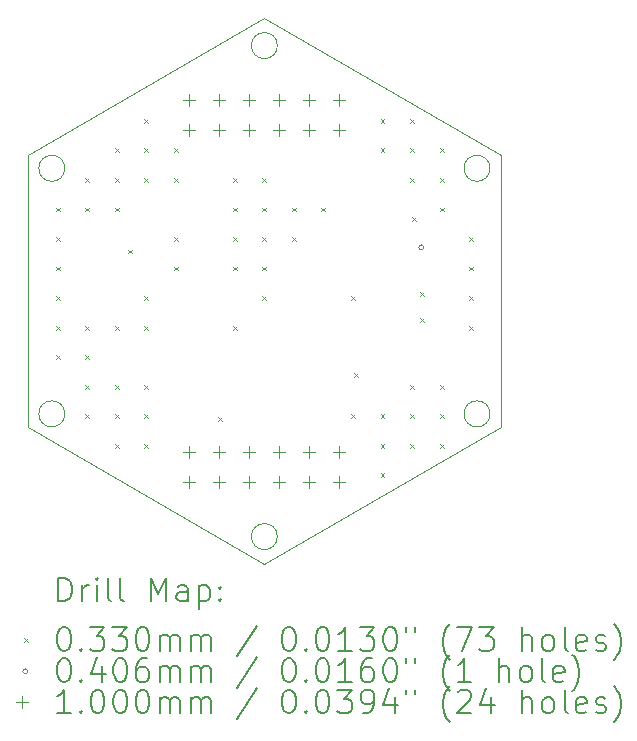
<source format=gbr>
%TF.GenerationSoftware,KiCad,Pcbnew,7.0.5*%
%TF.CreationDate,2023-06-19T11:00:02-04:00*%
%TF.ProjectId,DATA_STORAGE,44415441-5f53-4544-9f52-4147452e6b69,rev?*%
%TF.SameCoordinates,Original*%
%TF.FileFunction,Drillmap*%
%TF.FilePolarity,Positive*%
%FSLAX45Y45*%
G04 Gerber Fmt 4.5, Leading zero omitted, Abs format (unit mm)*
G04 Created by KiCad (PCBNEW 7.0.5) date 2023-06-19 11:00:02*
%MOMM*%
%LPD*%
G01*
G04 APERTURE LIST*
%ADD10C,0.100000*%
%ADD11C,0.200000*%
%ADD12C,0.033020*%
%ADD13C,0.040640*%
G04 APERTURE END LIST*
D10*
X13016000Y-8855761D02*
X13016000Y-11165162D01*
X16926000Y-11049692D02*
G75*
G03*
X16926000Y-11049692I-110000J0D01*
G01*
X13016000Y-11165162D02*
X15016000Y-12319862D01*
X16926000Y-8971231D02*
G75*
G03*
X16926000Y-8971231I-110000J0D01*
G01*
X13326000Y-8971231D02*
G75*
G03*
X13326000Y-8971231I-110000J0D01*
G01*
X15016000Y-7701060D02*
X13016000Y-8855761D01*
X17016000Y-8855761D02*
X15016000Y-7701060D01*
X15126000Y-7932000D02*
G75*
G03*
X15126000Y-7932000I-110000J0D01*
G01*
X15126000Y-12088922D02*
G75*
G03*
X15126000Y-12088922I-110000J0D01*
G01*
X17016000Y-11165162D02*
X17016000Y-8855761D01*
X15016000Y-12319862D02*
X17016000Y-11165162D01*
X13326000Y-11049692D02*
G75*
G03*
X13326000Y-11049692I-110000J0D01*
G01*
D11*
D12*
X13249490Y-9303352D02*
X13282510Y-9336372D01*
X13282510Y-9303352D02*
X13249490Y-9336372D01*
X13249490Y-9553352D02*
X13282510Y-9586372D01*
X13282510Y-9553352D02*
X13249490Y-9586372D01*
X13249490Y-9803352D02*
X13282510Y-9836372D01*
X13282510Y-9803352D02*
X13249490Y-9836372D01*
X13249490Y-10053352D02*
X13282510Y-10086372D01*
X13282510Y-10053352D02*
X13249490Y-10086372D01*
X13249490Y-10303352D02*
X13282510Y-10336372D01*
X13282510Y-10303352D02*
X13249490Y-10336372D01*
X13249490Y-10553352D02*
X13282510Y-10586372D01*
X13282510Y-10553352D02*
X13249490Y-10586372D01*
X13499490Y-9053352D02*
X13532510Y-9086372D01*
X13532510Y-9053352D02*
X13499490Y-9086372D01*
X13499490Y-9303352D02*
X13532510Y-9336372D01*
X13532510Y-9303352D02*
X13499490Y-9336372D01*
X13499490Y-10303352D02*
X13532510Y-10336372D01*
X13532510Y-10303352D02*
X13499490Y-10336372D01*
X13499490Y-10553352D02*
X13532510Y-10586372D01*
X13532510Y-10553352D02*
X13499490Y-10586372D01*
X13499490Y-10803352D02*
X13532510Y-10836372D01*
X13532510Y-10803352D02*
X13499490Y-10836372D01*
X13499490Y-11053352D02*
X13532510Y-11086372D01*
X13532510Y-11053352D02*
X13499490Y-11086372D01*
X13749490Y-8803352D02*
X13782510Y-8836372D01*
X13782510Y-8803352D02*
X13749490Y-8836372D01*
X13749490Y-9053352D02*
X13782510Y-9086372D01*
X13782510Y-9053352D02*
X13749490Y-9086372D01*
X13749490Y-9303352D02*
X13782510Y-9336372D01*
X13782510Y-9303352D02*
X13749490Y-9336372D01*
X13749490Y-10303352D02*
X13782510Y-10336372D01*
X13782510Y-10303352D02*
X13749490Y-10336372D01*
X13749490Y-10803352D02*
X13782510Y-10836372D01*
X13782510Y-10803352D02*
X13749490Y-10836372D01*
X13749490Y-11053352D02*
X13782510Y-11086372D01*
X13782510Y-11053352D02*
X13749490Y-11086372D01*
X13749490Y-11303352D02*
X13782510Y-11336372D01*
X13782510Y-11303352D02*
X13749490Y-11336372D01*
X13858990Y-9658852D02*
X13892010Y-9691872D01*
X13892010Y-9658852D02*
X13858990Y-9691872D01*
X13999490Y-8553352D02*
X14032510Y-8586372D01*
X14032510Y-8553352D02*
X13999490Y-8586372D01*
X13999490Y-8803352D02*
X14032510Y-8836372D01*
X14032510Y-8803352D02*
X13999490Y-8836372D01*
X13999490Y-9053352D02*
X14032510Y-9086372D01*
X14032510Y-9053352D02*
X13999490Y-9086372D01*
X13999490Y-10053352D02*
X14032510Y-10086372D01*
X14032510Y-10053352D02*
X13999490Y-10086372D01*
X13999490Y-10303352D02*
X14032510Y-10336372D01*
X14032510Y-10303352D02*
X13999490Y-10336372D01*
X13999490Y-10803352D02*
X14032510Y-10836372D01*
X14032510Y-10803352D02*
X13999490Y-10836372D01*
X13999490Y-11053352D02*
X14032510Y-11086372D01*
X14032510Y-11053352D02*
X13999490Y-11086372D01*
X13999490Y-11303352D02*
X14032510Y-11336372D01*
X14032510Y-11303352D02*
X13999490Y-11336372D01*
X14249490Y-8803352D02*
X14282510Y-8836372D01*
X14282510Y-8803352D02*
X14249490Y-8836372D01*
X14249490Y-9053352D02*
X14282510Y-9086372D01*
X14282510Y-9053352D02*
X14249490Y-9086372D01*
X14249490Y-9553352D02*
X14282510Y-9586372D01*
X14282510Y-9553352D02*
X14249490Y-9586372D01*
X14249490Y-9803352D02*
X14282510Y-9836372D01*
X14282510Y-9803352D02*
X14249490Y-9836372D01*
X14620490Y-11080352D02*
X14653510Y-11113372D01*
X14653510Y-11080352D02*
X14620490Y-11113372D01*
X14749490Y-9053352D02*
X14782510Y-9086372D01*
X14782510Y-9053352D02*
X14749490Y-9086372D01*
X14749490Y-9303352D02*
X14782510Y-9336372D01*
X14782510Y-9303352D02*
X14749490Y-9336372D01*
X14749490Y-9553352D02*
X14782510Y-9586372D01*
X14782510Y-9553352D02*
X14749490Y-9586372D01*
X14749490Y-9803352D02*
X14782510Y-9836372D01*
X14782510Y-9803352D02*
X14749490Y-9836372D01*
X14749490Y-10303352D02*
X14782510Y-10336372D01*
X14782510Y-10303352D02*
X14749490Y-10336372D01*
X14999490Y-9053352D02*
X15032510Y-9086372D01*
X15032510Y-9053352D02*
X14999490Y-9086372D01*
X14999490Y-9303352D02*
X15032510Y-9336372D01*
X15032510Y-9303352D02*
X14999490Y-9336372D01*
X14999490Y-9553352D02*
X15032510Y-9586372D01*
X15032510Y-9553352D02*
X14999490Y-9586372D01*
X14999490Y-9803352D02*
X15032510Y-9836372D01*
X15032510Y-9803352D02*
X14999490Y-9836372D01*
X14999490Y-10053352D02*
X15032510Y-10086372D01*
X15032510Y-10053352D02*
X14999490Y-10086372D01*
X15249490Y-9303352D02*
X15282510Y-9336372D01*
X15282510Y-9303352D02*
X15249490Y-9336372D01*
X15249490Y-9553352D02*
X15282510Y-9586372D01*
X15282510Y-9553352D02*
X15249490Y-9586372D01*
X15499490Y-9303352D02*
X15532510Y-9336372D01*
X15532510Y-9303352D02*
X15499490Y-9336372D01*
X15749490Y-10053352D02*
X15782510Y-10086372D01*
X15782510Y-10053352D02*
X15749490Y-10086372D01*
X15749490Y-11053352D02*
X15782510Y-11086372D01*
X15782510Y-11053352D02*
X15749490Y-11086372D01*
X15775490Y-10704352D02*
X15808510Y-10737372D01*
X15808510Y-10704352D02*
X15775490Y-10737372D01*
X15999490Y-8553352D02*
X16032510Y-8586372D01*
X16032510Y-8553352D02*
X15999490Y-8586372D01*
X15999490Y-8803352D02*
X16032510Y-8836372D01*
X16032510Y-8803352D02*
X15999490Y-8836372D01*
X15999490Y-11053352D02*
X16032510Y-11086372D01*
X16032510Y-11053352D02*
X15999490Y-11086372D01*
X15999490Y-11303352D02*
X16032510Y-11336372D01*
X16032510Y-11303352D02*
X15999490Y-11336372D01*
X15999490Y-11553352D02*
X16032510Y-11586372D01*
X16032510Y-11553352D02*
X15999490Y-11586372D01*
X16249490Y-8553352D02*
X16282510Y-8586372D01*
X16282510Y-8553352D02*
X16249490Y-8586372D01*
X16249490Y-8803352D02*
X16282510Y-8836372D01*
X16282510Y-8803352D02*
X16249490Y-8836372D01*
X16249490Y-9053352D02*
X16282510Y-9086372D01*
X16282510Y-9053352D02*
X16249490Y-9086372D01*
X16249490Y-10803352D02*
X16282510Y-10836372D01*
X16282510Y-10803352D02*
X16249490Y-10836372D01*
X16249490Y-11053352D02*
X16282510Y-11086372D01*
X16282510Y-11053352D02*
X16249490Y-11086372D01*
X16249490Y-11303352D02*
X16282510Y-11336372D01*
X16282510Y-11303352D02*
X16249490Y-11336372D01*
X16262490Y-9380352D02*
X16295510Y-9413372D01*
X16295510Y-9380352D02*
X16262490Y-9413372D01*
X16334490Y-10021451D02*
X16367510Y-10054471D01*
X16367510Y-10021451D02*
X16334490Y-10054471D01*
X16334490Y-10241451D02*
X16367510Y-10274471D01*
X16367510Y-10241451D02*
X16334490Y-10274471D01*
X16499490Y-8803352D02*
X16532510Y-8836372D01*
X16532510Y-8803352D02*
X16499490Y-8836372D01*
X16499490Y-9053352D02*
X16532510Y-9086372D01*
X16532510Y-9053352D02*
X16499490Y-9086372D01*
X16499490Y-9303352D02*
X16532510Y-9336372D01*
X16532510Y-9303352D02*
X16499490Y-9336372D01*
X16499490Y-10803352D02*
X16532510Y-10836372D01*
X16532510Y-10803352D02*
X16499490Y-10836372D01*
X16499490Y-11053352D02*
X16532510Y-11086372D01*
X16532510Y-11053352D02*
X16499490Y-11086372D01*
X16499490Y-11303352D02*
X16532510Y-11336372D01*
X16532510Y-11303352D02*
X16499490Y-11336372D01*
X16749490Y-9553352D02*
X16782510Y-9586372D01*
X16782510Y-9553352D02*
X16749490Y-9586372D01*
X16749490Y-9803352D02*
X16782510Y-9836372D01*
X16782510Y-9803352D02*
X16749490Y-9836372D01*
X16749490Y-10053352D02*
X16782510Y-10086372D01*
X16782510Y-10053352D02*
X16749490Y-10086372D01*
X16749490Y-10303352D02*
X16782510Y-10336372D01*
X16782510Y-10303352D02*
X16749490Y-10336372D01*
D13*
X16364320Y-9639862D02*
G75*
G03*
X16364320Y-9639862I-20320J0D01*
G01*
D10*
X14381000Y-8342560D02*
X14381000Y-8442560D01*
X14331000Y-8392560D02*
X14431000Y-8392560D01*
X14381000Y-8596560D02*
X14381000Y-8696560D01*
X14331000Y-8646560D02*
X14431000Y-8646560D01*
X14381000Y-11324362D02*
X14381000Y-11424362D01*
X14331000Y-11374362D02*
X14431000Y-11374362D01*
X14381000Y-11578362D02*
X14381000Y-11678362D01*
X14331000Y-11628362D02*
X14431000Y-11628362D01*
X14635000Y-8342560D02*
X14635000Y-8442560D01*
X14585000Y-8392560D02*
X14685000Y-8392560D01*
X14635000Y-8596560D02*
X14635000Y-8696560D01*
X14585000Y-8646560D02*
X14685000Y-8646560D01*
X14635000Y-11324362D02*
X14635000Y-11424362D01*
X14585000Y-11374362D02*
X14685000Y-11374362D01*
X14635000Y-11578362D02*
X14635000Y-11678362D01*
X14585000Y-11628362D02*
X14685000Y-11628362D01*
X14889000Y-8342560D02*
X14889000Y-8442560D01*
X14839000Y-8392560D02*
X14939000Y-8392560D01*
X14889000Y-8596560D02*
X14889000Y-8696560D01*
X14839000Y-8646560D02*
X14939000Y-8646560D01*
X14889000Y-11324362D02*
X14889000Y-11424362D01*
X14839000Y-11374362D02*
X14939000Y-11374362D01*
X14889000Y-11578362D02*
X14889000Y-11678362D01*
X14839000Y-11628362D02*
X14939000Y-11628362D01*
X15143000Y-8342560D02*
X15143000Y-8442560D01*
X15093000Y-8392560D02*
X15193000Y-8392560D01*
X15143000Y-8596560D02*
X15143000Y-8696560D01*
X15093000Y-8646560D02*
X15193000Y-8646560D01*
X15143000Y-11324362D02*
X15143000Y-11424362D01*
X15093000Y-11374362D02*
X15193000Y-11374362D01*
X15143000Y-11578362D02*
X15143000Y-11678362D01*
X15093000Y-11628362D02*
X15193000Y-11628362D01*
X15397000Y-8342560D02*
X15397000Y-8442560D01*
X15347000Y-8392560D02*
X15447000Y-8392560D01*
X15397000Y-8596560D02*
X15397000Y-8696560D01*
X15347000Y-8646560D02*
X15447000Y-8646560D01*
X15397000Y-11324362D02*
X15397000Y-11424362D01*
X15347000Y-11374362D02*
X15447000Y-11374362D01*
X15397000Y-11578362D02*
X15397000Y-11678362D01*
X15347000Y-11628362D02*
X15447000Y-11628362D01*
X15651000Y-8342560D02*
X15651000Y-8442560D01*
X15601000Y-8392560D02*
X15701000Y-8392560D01*
X15651000Y-8596560D02*
X15651000Y-8696560D01*
X15601000Y-8646560D02*
X15701000Y-8646560D01*
X15651000Y-11324362D02*
X15651000Y-11424362D01*
X15601000Y-11374362D02*
X15701000Y-11374362D01*
X15651000Y-11578362D02*
X15651000Y-11678362D01*
X15601000Y-11628362D02*
X15701000Y-11628362D01*
D11*
X13271777Y-12636346D02*
X13271777Y-12436346D01*
X13271777Y-12436346D02*
X13319396Y-12436346D01*
X13319396Y-12436346D02*
X13347967Y-12445870D01*
X13347967Y-12445870D02*
X13367015Y-12464917D01*
X13367015Y-12464917D02*
X13376539Y-12483965D01*
X13376539Y-12483965D02*
X13386062Y-12522060D01*
X13386062Y-12522060D02*
X13386062Y-12550632D01*
X13386062Y-12550632D02*
X13376539Y-12588727D01*
X13376539Y-12588727D02*
X13367015Y-12607774D01*
X13367015Y-12607774D02*
X13347967Y-12626822D01*
X13347967Y-12626822D02*
X13319396Y-12636346D01*
X13319396Y-12636346D02*
X13271777Y-12636346D01*
X13471777Y-12636346D02*
X13471777Y-12503012D01*
X13471777Y-12541108D02*
X13481301Y-12522060D01*
X13481301Y-12522060D02*
X13490824Y-12512536D01*
X13490824Y-12512536D02*
X13509872Y-12503012D01*
X13509872Y-12503012D02*
X13528920Y-12503012D01*
X13595586Y-12636346D02*
X13595586Y-12503012D01*
X13595586Y-12436346D02*
X13586062Y-12445870D01*
X13586062Y-12445870D02*
X13595586Y-12455393D01*
X13595586Y-12455393D02*
X13605110Y-12445870D01*
X13605110Y-12445870D02*
X13595586Y-12436346D01*
X13595586Y-12436346D02*
X13595586Y-12455393D01*
X13719396Y-12636346D02*
X13700348Y-12626822D01*
X13700348Y-12626822D02*
X13690824Y-12607774D01*
X13690824Y-12607774D02*
X13690824Y-12436346D01*
X13824158Y-12636346D02*
X13805110Y-12626822D01*
X13805110Y-12626822D02*
X13795586Y-12607774D01*
X13795586Y-12607774D02*
X13795586Y-12436346D01*
X14052729Y-12636346D02*
X14052729Y-12436346D01*
X14052729Y-12436346D02*
X14119396Y-12579203D01*
X14119396Y-12579203D02*
X14186062Y-12436346D01*
X14186062Y-12436346D02*
X14186062Y-12636346D01*
X14367015Y-12636346D02*
X14367015Y-12531584D01*
X14367015Y-12531584D02*
X14357491Y-12512536D01*
X14357491Y-12512536D02*
X14338443Y-12503012D01*
X14338443Y-12503012D02*
X14300348Y-12503012D01*
X14300348Y-12503012D02*
X14281301Y-12512536D01*
X14367015Y-12626822D02*
X14347967Y-12636346D01*
X14347967Y-12636346D02*
X14300348Y-12636346D01*
X14300348Y-12636346D02*
X14281301Y-12626822D01*
X14281301Y-12626822D02*
X14271777Y-12607774D01*
X14271777Y-12607774D02*
X14271777Y-12588727D01*
X14271777Y-12588727D02*
X14281301Y-12569679D01*
X14281301Y-12569679D02*
X14300348Y-12560155D01*
X14300348Y-12560155D02*
X14347967Y-12560155D01*
X14347967Y-12560155D02*
X14367015Y-12550632D01*
X14462253Y-12503012D02*
X14462253Y-12703012D01*
X14462253Y-12512536D02*
X14481301Y-12503012D01*
X14481301Y-12503012D02*
X14519396Y-12503012D01*
X14519396Y-12503012D02*
X14538443Y-12512536D01*
X14538443Y-12512536D02*
X14547967Y-12522060D01*
X14547967Y-12522060D02*
X14557491Y-12541108D01*
X14557491Y-12541108D02*
X14557491Y-12598251D01*
X14557491Y-12598251D02*
X14547967Y-12617298D01*
X14547967Y-12617298D02*
X14538443Y-12626822D01*
X14538443Y-12626822D02*
X14519396Y-12636346D01*
X14519396Y-12636346D02*
X14481301Y-12636346D01*
X14481301Y-12636346D02*
X14462253Y-12626822D01*
X14643205Y-12617298D02*
X14652729Y-12626822D01*
X14652729Y-12626822D02*
X14643205Y-12636346D01*
X14643205Y-12636346D02*
X14633682Y-12626822D01*
X14633682Y-12626822D02*
X14643205Y-12617298D01*
X14643205Y-12617298D02*
X14643205Y-12636346D01*
X14643205Y-12512536D02*
X14652729Y-12522060D01*
X14652729Y-12522060D02*
X14643205Y-12531584D01*
X14643205Y-12531584D02*
X14633682Y-12522060D01*
X14633682Y-12522060D02*
X14643205Y-12512536D01*
X14643205Y-12512536D02*
X14643205Y-12531584D01*
D12*
X12977980Y-12948352D02*
X13011000Y-12981372D01*
X13011000Y-12948352D02*
X12977980Y-12981372D01*
D11*
X13309872Y-12856346D02*
X13328920Y-12856346D01*
X13328920Y-12856346D02*
X13347967Y-12865870D01*
X13347967Y-12865870D02*
X13357491Y-12875393D01*
X13357491Y-12875393D02*
X13367015Y-12894441D01*
X13367015Y-12894441D02*
X13376539Y-12932536D01*
X13376539Y-12932536D02*
X13376539Y-12980155D01*
X13376539Y-12980155D02*
X13367015Y-13018251D01*
X13367015Y-13018251D02*
X13357491Y-13037298D01*
X13357491Y-13037298D02*
X13347967Y-13046822D01*
X13347967Y-13046822D02*
X13328920Y-13056346D01*
X13328920Y-13056346D02*
X13309872Y-13056346D01*
X13309872Y-13056346D02*
X13290824Y-13046822D01*
X13290824Y-13046822D02*
X13281301Y-13037298D01*
X13281301Y-13037298D02*
X13271777Y-13018251D01*
X13271777Y-13018251D02*
X13262253Y-12980155D01*
X13262253Y-12980155D02*
X13262253Y-12932536D01*
X13262253Y-12932536D02*
X13271777Y-12894441D01*
X13271777Y-12894441D02*
X13281301Y-12875393D01*
X13281301Y-12875393D02*
X13290824Y-12865870D01*
X13290824Y-12865870D02*
X13309872Y-12856346D01*
X13462253Y-13037298D02*
X13471777Y-13046822D01*
X13471777Y-13046822D02*
X13462253Y-13056346D01*
X13462253Y-13056346D02*
X13452729Y-13046822D01*
X13452729Y-13046822D02*
X13462253Y-13037298D01*
X13462253Y-13037298D02*
X13462253Y-13056346D01*
X13538443Y-12856346D02*
X13662253Y-12856346D01*
X13662253Y-12856346D02*
X13595586Y-12932536D01*
X13595586Y-12932536D02*
X13624158Y-12932536D01*
X13624158Y-12932536D02*
X13643205Y-12942060D01*
X13643205Y-12942060D02*
X13652729Y-12951584D01*
X13652729Y-12951584D02*
X13662253Y-12970632D01*
X13662253Y-12970632D02*
X13662253Y-13018251D01*
X13662253Y-13018251D02*
X13652729Y-13037298D01*
X13652729Y-13037298D02*
X13643205Y-13046822D01*
X13643205Y-13046822D02*
X13624158Y-13056346D01*
X13624158Y-13056346D02*
X13567015Y-13056346D01*
X13567015Y-13056346D02*
X13547967Y-13046822D01*
X13547967Y-13046822D02*
X13538443Y-13037298D01*
X13728920Y-12856346D02*
X13852729Y-12856346D01*
X13852729Y-12856346D02*
X13786062Y-12932536D01*
X13786062Y-12932536D02*
X13814634Y-12932536D01*
X13814634Y-12932536D02*
X13833682Y-12942060D01*
X13833682Y-12942060D02*
X13843205Y-12951584D01*
X13843205Y-12951584D02*
X13852729Y-12970632D01*
X13852729Y-12970632D02*
X13852729Y-13018251D01*
X13852729Y-13018251D02*
X13843205Y-13037298D01*
X13843205Y-13037298D02*
X13833682Y-13046822D01*
X13833682Y-13046822D02*
X13814634Y-13056346D01*
X13814634Y-13056346D02*
X13757491Y-13056346D01*
X13757491Y-13056346D02*
X13738443Y-13046822D01*
X13738443Y-13046822D02*
X13728920Y-13037298D01*
X13976539Y-12856346D02*
X13995586Y-12856346D01*
X13995586Y-12856346D02*
X14014634Y-12865870D01*
X14014634Y-12865870D02*
X14024158Y-12875393D01*
X14024158Y-12875393D02*
X14033682Y-12894441D01*
X14033682Y-12894441D02*
X14043205Y-12932536D01*
X14043205Y-12932536D02*
X14043205Y-12980155D01*
X14043205Y-12980155D02*
X14033682Y-13018251D01*
X14033682Y-13018251D02*
X14024158Y-13037298D01*
X14024158Y-13037298D02*
X14014634Y-13046822D01*
X14014634Y-13046822D02*
X13995586Y-13056346D01*
X13995586Y-13056346D02*
X13976539Y-13056346D01*
X13976539Y-13056346D02*
X13957491Y-13046822D01*
X13957491Y-13046822D02*
X13947967Y-13037298D01*
X13947967Y-13037298D02*
X13938443Y-13018251D01*
X13938443Y-13018251D02*
X13928920Y-12980155D01*
X13928920Y-12980155D02*
X13928920Y-12932536D01*
X13928920Y-12932536D02*
X13938443Y-12894441D01*
X13938443Y-12894441D02*
X13947967Y-12875393D01*
X13947967Y-12875393D02*
X13957491Y-12865870D01*
X13957491Y-12865870D02*
X13976539Y-12856346D01*
X14128920Y-13056346D02*
X14128920Y-12923012D01*
X14128920Y-12942060D02*
X14138443Y-12932536D01*
X14138443Y-12932536D02*
X14157491Y-12923012D01*
X14157491Y-12923012D02*
X14186063Y-12923012D01*
X14186063Y-12923012D02*
X14205110Y-12932536D01*
X14205110Y-12932536D02*
X14214634Y-12951584D01*
X14214634Y-12951584D02*
X14214634Y-13056346D01*
X14214634Y-12951584D02*
X14224158Y-12932536D01*
X14224158Y-12932536D02*
X14243205Y-12923012D01*
X14243205Y-12923012D02*
X14271777Y-12923012D01*
X14271777Y-12923012D02*
X14290824Y-12932536D01*
X14290824Y-12932536D02*
X14300348Y-12951584D01*
X14300348Y-12951584D02*
X14300348Y-13056346D01*
X14395586Y-13056346D02*
X14395586Y-12923012D01*
X14395586Y-12942060D02*
X14405110Y-12932536D01*
X14405110Y-12932536D02*
X14424158Y-12923012D01*
X14424158Y-12923012D02*
X14452729Y-12923012D01*
X14452729Y-12923012D02*
X14471777Y-12932536D01*
X14471777Y-12932536D02*
X14481301Y-12951584D01*
X14481301Y-12951584D02*
X14481301Y-13056346D01*
X14481301Y-12951584D02*
X14490824Y-12932536D01*
X14490824Y-12932536D02*
X14509872Y-12923012D01*
X14509872Y-12923012D02*
X14538443Y-12923012D01*
X14538443Y-12923012D02*
X14557491Y-12932536D01*
X14557491Y-12932536D02*
X14567015Y-12951584D01*
X14567015Y-12951584D02*
X14567015Y-13056346D01*
X14957491Y-12846822D02*
X14786063Y-13103965D01*
X15214634Y-12856346D02*
X15233682Y-12856346D01*
X15233682Y-12856346D02*
X15252729Y-12865870D01*
X15252729Y-12865870D02*
X15262253Y-12875393D01*
X15262253Y-12875393D02*
X15271777Y-12894441D01*
X15271777Y-12894441D02*
X15281301Y-12932536D01*
X15281301Y-12932536D02*
X15281301Y-12980155D01*
X15281301Y-12980155D02*
X15271777Y-13018251D01*
X15271777Y-13018251D02*
X15262253Y-13037298D01*
X15262253Y-13037298D02*
X15252729Y-13046822D01*
X15252729Y-13046822D02*
X15233682Y-13056346D01*
X15233682Y-13056346D02*
X15214634Y-13056346D01*
X15214634Y-13056346D02*
X15195586Y-13046822D01*
X15195586Y-13046822D02*
X15186063Y-13037298D01*
X15186063Y-13037298D02*
X15176539Y-13018251D01*
X15176539Y-13018251D02*
X15167015Y-12980155D01*
X15167015Y-12980155D02*
X15167015Y-12932536D01*
X15167015Y-12932536D02*
X15176539Y-12894441D01*
X15176539Y-12894441D02*
X15186063Y-12875393D01*
X15186063Y-12875393D02*
X15195586Y-12865870D01*
X15195586Y-12865870D02*
X15214634Y-12856346D01*
X15367015Y-13037298D02*
X15376539Y-13046822D01*
X15376539Y-13046822D02*
X15367015Y-13056346D01*
X15367015Y-13056346D02*
X15357491Y-13046822D01*
X15357491Y-13046822D02*
X15367015Y-13037298D01*
X15367015Y-13037298D02*
X15367015Y-13056346D01*
X15500348Y-12856346D02*
X15519396Y-12856346D01*
X15519396Y-12856346D02*
X15538444Y-12865870D01*
X15538444Y-12865870D02*
X15547967Y-12875393D01*
X15547967Y-12875393D02*
X15557491Y-12894441D01*
X15557491Y-12894441D02*
X15567015Y-12932536D01*
X15567015Y-12932536D02*
X15567015Y-12980155D01*
X15567015Y-12980155D02*
X15557491Y-13018251D01*
X15557491Y-13018251D02*
X15547967Y-13037298D01*
X15547967Y-13037298D02*
X15538444Y-13046822D01*
X15538444Y-13046822D02*
X15519396Y-13056346D01*
X15519396Y-13056346D02*
X15500348Y-13056346D01*
X15500348Y-13056346D02*
X15481301Y-13046822D01*
X15481301Y-13046822D02*
X15471777Y-13037298D01*
X15471777Y-13037298D02*
X15462253Y-13018251D01*
X15462253Y-13018251D02*
X15452729Y-12980155D01*
X15452729Y-12980155D02*
X15452729Y-12932536D01*
X15452729Y-12932536D02*
X15462253Y-12894441D01*
X15462253Y-12894441D02*
X15471777Y-12875393D01*
X15471777Y-12875393D02*
X15481301Y-12865870D01*
X15481301Y-12865870D02*
X15500348Y-12856346D01*
X15757491Y-13056346D02*
X15643206Y-13056346D01*
X15700348Y-13056346D02*
X15700348Y-12856346D01*
X15700348Y-12856346D02*
X15681301Y-12884917D01*
X15681301Y-12884917D02*
X15662253Y-12903965D01*
X15662253Y-12903965D02*
X15643206Y-12913489D01*
X15824158Y-12856346D02*
X15947967Y-12856346D01*
X15947967Y-12856346D02*
X15881301Y-12932536D01*
X15881301Y-12932536D02*
X15909872Y-12932536D01*
X15909872Y-12932536D02*
X15928920Y-12942060D01*
X15928920Y-12942060D02*
X15938444Y-12951584D01*
X15938444Y-12951584D02*
X15947967Y-12970632D01*
X15947967Y-12970632D02*
X15947967Y-13018251D01*
X15947967Y-13018251D02*
X15938444Y-13037298D01*
X15938444Y-13037298D02*
X15928920Y-13046822D01*
X15928920Y-13046822D02*
X15909872Y-13056346D01*
X15909872Y-13056346D02*
X15852729Y-13056346D01*
X15852729Y-13056346D02*
X15833682Y-13046822D01*
X15833682Y-13046822D02*
X15824158Y-13037298D01*
X16071777Y-12856346D02*
X16090825Y-12856346D01*
X16090825Y-12856346D02*
X16109872Y-12865870D01*
X16109872Y-12865870D02*
X16119396Y-12875393D01*
X16119396Y-12875393D02*
X16128920Y-12894441D01*
X16128920Y-12894441D02*
X16138444Y-12932536D01*
X16138444Y-12932536D02*
X16138444Y-12980155D01*
X16138444Y-12980155D02*
X16128920Y-13018251D01*
X16128920Y-13018251D02*
X16119396Y-13037298D01*
X16119396Y-13037298D02*
X16109872Y-13046822D01*
X16109872Y-13046822D02*
X16090825Y-13056346D01*
X16090825Y-13056346D02*
X16071777Y-13056346D01*
X16071777Y-13056346D02*
X16052729Y-13046822D01*
X16052729Y-13046822D02*
X16043206Y-13037298D01*
X16043206Y-13037298D02*
X16033682Y-13018251D01*
X16033682Y-13018251D02*
X16024158Y-12980155D01*
X16024158Y-12980155D02*
X16024158Y-12932536D01*
X16024158Y-12932536D02*
X16033682Y-12894441D01*
X16033682Y-12894441D02*
X16043206Y-12875393D01*
X16043206Y-12875393D02*
X16052729Y-12865870D01*
X16052729Y-12865870D02*
X16071777Y-12856346D01*
X16214634Y-12856346D02*
X16214634Y-12894441D01*
X16290825Y-12856346D02*
X16290825Y-12894441D01*
X16586063Y-13132536D02*
X16576539Y-13123012D01*
X16576539Y-13123012D02*
X16557491Y-13094441D01*
X16557491Y-13094441D02*
X16547968Y-13075393D01*
X16547968Y-13075393D02*
X16538444Y-13046822D01*
X16538444Y-13046822D02*
X16528920Y-12999203D01*
X16528920Y-12999203D02*
X16528920Y-12961108D01*
X16528920Y-12961108D02*
X16538444Y-12913489D01*
X16538444Y-12913489D02*
X16547968Y-12884917D01*
X16547968Y-12884917D02*
X16557491Y-12865870D01*
X16557491Y-12865870D02*
X16576539Y-12837298D01*
X16576539Y-12837298D02*
X16586063Y-12827774D01*
X16643206Y-12856346D02*
X16776539Y-12856346D01*
X16776539Y-12856346D02*
X16690825Y-13056346D01*
X16833682Y-12856346D02*
X16957491Y-12856346D01*
X16957491Y-12856346D02*
X16890825Y-12932536D01*
X16890825Y-12932536D02*
X16919396Y-12932536D01*
X16919396Y-12932536D02*
X16938444Y-12942060D01*
X16938444Y-12942060D02*
X16947968Y-12951584D01*
X16947968Y-12951584D02*
X16957491Y-12970632D01*
X16957491Y-12970632D02*
X16957491Y-13018251D01*
X16957491Y-13018251D02*
X16947968Y-13037298D01*
X16947968Y-13037298D02*
X16938444Y-13046822D01*
X16938444Y-13046822D02*
X16919396Y-13056346D01*
X16919396Y-13056346D02*
X16862253Y-13056346D01*
X16862253Y-13056346D02*
X16843206Y-13046822D01*
X16843206Y-13046822D02*
X16833682Y-13037298D01*
X17195587Y-13056346D02*
X17195587Y-12856346D01*
X17281301Y-13056346D02*
X17281301Y-12951584D01*
X17281301Y-12951584D02*
X17271777Y-12932536D01*
X17271777Y-12932536D02*
X17252730Y-12923012D01*
X17252730Y-12923012D02*
X17224158Y-12923012D01*
X17224158Y-12923012D02*
X17205111Y-12932536D01*
X17205111Y-12932536D02*
X17195587Y-12942060D01*
X17405111Y-13056346D02*
X17386063Y-13046822D01*
X17386063Y-13046822D02*
X17376539Y-13037298D01*
X17376539Y-13037298D02*
X17367015Y-13018251D01*
X17367015Y-13018251D02*
X17367015Y-12961108D01*
X17367015Y-12961108D02*
X17376539Y-12942060D01*
X17376539Y-12942060D02*
X17386063Y-12932536D01*
X17386063Y-12932536D02*
X17405111Y-12923012D01*
X17405111Y-12923012D02*
X17433682Y-12923012D01*
X17433682Y-12923012D02*
X17452730Y-12932536D01*
X17452730Y-12932536D02*
X17462253Y-12942060D01*
X17462253Y-12942060D02*
X17471777Y-12961108D01*
X17471777Y-12961108D02*
X17471777Y-13018251D01*
X17471777Y-13018251D02*
X17462253Y-13037298D01*
X17462253Y-13037298D02*
X17452730Y-13046822D01*
X17452730Y-13046822D02*
X17433682Y-13056346D01*
X17433682Y-13056346D02*
X17405111Y-13056346D01*
X17586063Y-13056346D02*
X17567015Y-13046822D01*
X17567015Y-13046822D02*
X17557492Y-13027774D01*
X17557492Y-13027774D02*
X17557492Y-12856346D01*
X17738444Y-13046822D02*
X17719396Y-13056346D01*
X17719396Y-13056346D02*
X17681301Y-13056346D01*
X17681301Y-13056346D02*
X17662253Y-13046822D01*
X17662253Y-13046822D02*
X17652730Y-13027774D01*
X17652730Y-13027774D02*
X17652730Y-12951584D01*
X17652730Y-12951584D02*
X17662253Y-12932536D01*
X17662253Y-12932536D02*
X17681301Y-12923012D01*
X17681301Y-12923012D02*
X17719396Y-12923012D01*
X17719396Y-12923012D02*
X17738444Y-12932536D01*
X17738444Y-12932536D02*
X17747968Y-12951584D01*
X17747968Y-12951584D02*
X17747968Y-12970632D01*
X17747968Y-12970632D02*
X17652730Y-12989679D01*
X17824158Y-13046822D02*
X17843206Y-13056346D01*
X17843206Y-13056346D02*
X17881301Y-13056346D01*
X17881301Y-13056346D02*
X17900349Y-13046822D01*
X17900349Y-13046822D02*
X17909873Y-13027774D01*
X17909873Y-13027774D02*
X17909873Y-13018251D01*
X17909873Y-13018251D02*
X17900349Y-12999203D01*
X17900349Y-12999203D02*
X17881301Y-12989679D01*
X17881301Y-12989679D02*
X17852730Y-12989679D01*
X17852730Y-12989679D02*
X17833682Y-12980155D01*
X17833682Y-12980155D02*
X17824158Y-12961108D01*
X17824158Y-12961108D02*
X17824158Y-12951584D01*
X17824158Y-12951584D02*
X17833682Y-12932536D01*
X17833682Y-12932536D02*
X17852730Y-12923012D01*
X17852730Y-12923012D02*
X17881301Y-12923012D01*
X17881301Y-12923012D02*
X17900349Y-12932536D01*
X17976539Y-13132536D02*
X17986063Y-13123012D01*
X17986063Y-13123012D02*
X18005111Y-13094441D01*
X18005111Y-13094441D02*
X18014634Y-13075393D01*
X18014634Y-13075393D02*
X18024158Y-13046822D01*
X18024158Y-13046822D02*
X18033682Y-12999203D01*
X18033682Y-12999203D02*
X18033682Y-12961108D01*
X18033682Y-12961108D02*
X18024158Y-12913489D01*
X18024158Y-12913489D02*
X18014634Y-12884917D01*
X18014634Y-12884917D02*
X18005111Y-12865870D01*
X18005111Y-12865870D02*
X17986063Y-12837298D01*
X17986063Y-12837298D02*
X17976539Y-12827774D01*
D13*
X13011000Y-13228862D02*
G75*
G03*
X13011000Y-13228862I-20320J0D01*
G01*
D11*
X13309872Y-13120346D02*
X13328920Y-13120346D01*
X13328920Y-13120346D02*
X13347967Y-13129870D01*
X13347967Y-13129870D02*
X13357491Y-13139393D01*
X13357491Y-13139393D02*
X13367015Y-13158441D01*
X13367015Y-13158441D02*
X13376539Y-13196536D01*
X13376539Y-13196536D02*
X13376539Y-13244155D01*
X13376539Y-13244155D02*
X13367015Y-13282251D01*
X13367015Y-13282251D02*
X13357491Y-13301298D01*
X13357491Y-13301298D02*
X13347967Y-13310822D01*
X13347967Y-13310822D02*
X13328920Y-13320346D01*
X13328920Y-13320346D02*
X13309872Y-13320346D01*
X13309872Y-13320346D02*
X13290824Y-13310822D01*
X13290824Y-13310822D02*
X13281301Y-13301298D01*
X13281301Y-13301298D02*
X13271777Y-13282251D01*
X13271777Y-13282251D02*
X13262253Y-13244155D01*
X13262253Y-13244155D02*
X13262253Y-13196536D01*
X13262253Y-13196536D02*
X13271777Y-13158441D01*
X13271777Y-13158441D02*
X13281301Y-13139393D01*
X13281301Y-13139393D02*
X13290824Y-13129870D01*
X13290824Y-13129870D02*
X13309872Y-13120346D01*
X13462253Y-13301298D02*
X13471777Y-13310822D01*
X13471777Y-13310822D02*
X13462253Y-13320346D01*
X13462253Y-13320346D02*
X13452729Y-13310822D01*
X13452729Y-13310822D02*
X13462253Y-13301298D01*
X13462253Y-13301298D02*
X13462253Y-13320346D01*
X13643205Y-13187012D02*
X13643205Y-13320346D01*
X13595586Y-13110822D02*
X13547967Y-13253679D01*
X13547967Y-13253679D02*
X13671777Y-13253679D01*
X13786062Y-13120346D02*
X13805110Y-13120346D01*
X13805110Y-13120346D02*
X13824158Y-13129870D01*
X13824158Y-13129870D02*
X13833682Y-13139393D01*
X13833682Y-13139393D02*
X13843205Y-13158441D01*
X13843205Y-13158441D02*
X13852729Y-13196536D01*
X13852729Y-13196536D02*
X13852729Y-13244155D01*
X13852729Y-13244155D02*
X13843205Y-13282251D01*
X13843205Y-13282251D02*
X13833682Y-13301298D01*
X13833682Y-13301298D02*
X13824158Y-13310822D01*
X13824158Y-13310822D02*
X13805110Y-13320346D01*
X13805110Y-13320346D02*
X13786062Y-13320346D01*
X13786062Y-13320346D02*
X13767015Y-13310822D01*
X13767015Y-13310822D02*
X13757491Y-13301298D01*
X13757491Y-13301298D02*
X13747967Y-13282251D01*
X13747967Y-13282251D02*
X13738443Y-13244155D01*
X13738443Y-13244155D02*
X13738443Y-13196536D01*
X13738443Y-13196536D02*
X13747967Y-13158441D01*
X13747967Y-13158441D02*
X13757491Y-13139393D01*
X13757491Y-13139393D02*
X13767015Y-13129870D01*
X13767015Y-13129870D02*
X13786062Y-13120346D01*
X14024158Y-13120346D02*
X13986062Y-13120346D01*
X13986062Y-13120346D02*
X13967015Y-13129870D01*
X13967015Y-13129870D02*
X13957491Y-13139393D01*
X13957491Y-13139393D02*
X13938443Y-13167965D01*
X13938443Y-13167965D02*
X13928920Y-13206060D01*
X13928920Y-13206060D02*
X13928920Y-13282251D01*
X13928920Y-13282251D02*
X13938443Y-13301298D01*
X13938443Y-13301298D02*
X13947967Y-13310822D01*
X13947967Y-13310822D02*
X13967015Y-13320346D01*
X13967015Y-13320346D02*
X14005110Y-13320346D01*
X14005110Y-13320346D02*
X14024158Y-13310822D01*
X14024158Y-13310822D02*
X14033682Y-13301298D01*
X14033682Y-13301298D02*
X14043205Y-13282251D01*
X14043205Y-13282251D02*
X14043205Y-13234632D01*
X14043205Y-13234632D02*
X14033682Y-13215584D01*
X14033682Y-13215584D02*
X14024158Y-13206060D01*
X14024158Y-13206060D02*
X14005110Y-13196536D01*
X14005110Y-13196536D02*
X13967015Y-13196536D01*
X13967015Y-13196536D02*
X13947967Y-13206060D01*
X13947967Y-13206060D02*
X13938443Y-13215584D01*
X13938443Y-13215584D02*
X13928920Y-13234632D01*
X14128920Y-13320346D02*
X14128920Y-13187012D01*
X14128920Y-13206060D02*
X14138443Y-13196536D01*
X14138443Y-13196536D02*
X14157491Y-13187012D01*
X14157491Y-13187012D02*
X14186063Y-13187012D01*
X14186063Y-13187012D02*
X14205110Y-13196536D01*
X14205110Y-13196536D02*
X14214634Y-13215584D01*
X14214634Y-13215584D02*
X14214634Y-13320346D01*
X14214634Y-13215584D02*
X14224158Y-13196536D01*
X14224158Y-13196536D02*
X14243205Y-13187012D01*
X14243205Y-13187012D02*
X14271777Y-13187012D01*
X14271777Y-13187012D02*
X14290824Y-13196536D01*
X14290824Y-13196536D02*
X14300348Y-13215584D01*
X14300348Y-13215584D02*
X14300348Y-13320346D01*
X14395586Y-13320346D02*
X14395586Y-13187012D01*
X14395586Y-13206060D02*
X14405110Y-13196536D01*
X14405110Y-13196536D02*
X14424158Y-13187012D01*
X14424158Y-13187012D02*
X14452729Y-13187012D01*
X14452729Y-13187012D02*
X14471777Y-13196536D01*
X14471777Y-13196536D02*
X14481301Y-13215584D01*
X14481301Y-13215584D02*
X14481301Y-13320346D01*
X14481301Y-13215584D02*
X14490824Y-13196536D01*
X14490824Y-13196536D02*
X14509872Y-13187012D01*
X14509872Y-13187012D02*
X14538443Y-13187012D01*
X14538443Y-13187012D02*
X14557491Y-13196536D01*
X14557491Y-13196536D02*
X14567015Y-13215584D01*
X14567015Y-13215584D02*
X14567015Y-13320346D01*
X14957491Y-13110822D02*
X14786063Y-13367965D01*
X15214634Y-13120346D02*
X15233682Y-13120346D01*
X15233682Y-13120346D02*
X15252729Y-13129870D01*
X15252729Y-13129870D02*
X15262253Y-13139393D01*
X15262253Y-13139393D02*
X15271777Y-13158441D01*
X15271777Y-13158441D02*
X15281301Y-13196536D01*
X15281301Y-13196536D02*
X15281301Y-13244155D01*
X15281301Y-13244155D02*
X15271777Y-13282251D01*
X15271777Y-13282251D02*
X15262253Y-13301298D01*
X15262253Y-13301298D02*
X15252729Y-13310822D01*
X15252729Y-13310822D02*
X15233682Y-13320346D01*
X15233682Y-13320346D02*
X15214634Y-13320346D01*
X15214634Y-13320346D02*
X15195586Y-13310822D01*
X15195586Y-13310822D02*
X15186063Y-13301298D01*
X15186063Y-13301298D02*
X15176539Y-13282251D01*
X15176539Y-13282251D02*
X15167015Y-13244155D01*
X15167015Y-13244155D02*
X15167015Y-13196536D01*
X15167015Y-13196536D02*
X15176539Y-13158441D01*
X15176539Y-13158441D02*
X15186063Y-13139393D01*
X15186063Y-13139393D02*
X15195586Y-13129870D01*
X15195586Y-13129870D02*
X15214634Y-13120346D01*
X15367015Y-13301298D02*
X15376539Y-13310822D01*
X15376539Y-13310822D02*
X15367015Y-13320346D01*
X15367015Y-13320346D02*
X15357491Y-13310822D01*
X15357491Y-13310822D02*
X15367015Y-13301298D01*
X15367015Y-13301298D02*
X15367015Y-13320346D01*
X15500348Y-13120346D02*
X15519396Y-13120346D01*
X15519396Y-13120346D02*
X15538444Y-13129870D01*
X15538444Y-13129870D02*
X15547967Y-13139393D01*
X15547967Y-13139393D02*
X15557491Y-13158441D01*
X15557491Y-13158441D02*
X15567015Y-13196536D01*
X15567015Y-13196536D02*
X15567015Y-13244155D01*
X15567015Y-13244155D02*
X15557491Y-13282251D01*
X15557491Y-13282251D02*
X15547967Y-13301298D01*
X15547967Y-13301298D02*
X15538444Y-13310822D01*
X15538444Y-13310822D02*
X15519396Y-13320346D01*
X15519396Y-13320346D02*
X15500348Y-13320346D01*
X15500348Y-13320346D02*
X15481301Y-13310822D01*
X15481301Y-13310822D02*
X15471777Y-13301298D01*
X15471777Y-13301298D02*
X15462253Y-13282251D01*
X15462253Y-13282251D02*
X15452729Y-13244155D01*
X15452729Y-13244155D02*
X15452729Y-13196536D01*
X15452729Y-13196536D02*
X15462253Y-13158441D01*
X15462253Y-13158441D02*
X15471777Y-13139393D01*
X15471777Y-13139393D02*
X15481301Y-13129870D01*
X15481301Y-13129870D02*
X15500348Y-13120346D01*
X15757491Y-13320346D02*
X15643206Y-13320346D01*
X15700348Y-13320346D02*
X15700348Y-13120346D01*
X15700348Y-13120346D02*
X15681301Y-13148917D01*
X15681301Y-13148917D02*
X15662253Y-13167965D01*
X15662253Y-13167965D02*
X15643206Y-13177489D01*
X15928920Y-13120346D02*
X15890825Y-13120346D01*
X15890825Y-13120346D02*
X15871777Y-13129870D01*
X15871777Y-13129870D02*
X15862253Y-13139393D01*
X15862253Y-13139393D02*
X15843206Y-13167965D01*
X15843206Y-13167965D02*
X15833682Y-13206060D01*
X15833682Y-13206060D02*
X15833682Y-13282251D01*
X15833682Y-13282251D02*
X15843206Y-13301298D01*
X15843206Y-13301298D02*
X15852729Y-13310822D01*
X15852729Y-13310822D02*
X15871777Y-13320346D01*
X15871777Y-13320346D02*
X15909872Y-13320346D01*
X15909872Y-13320346D02*
X15928920Y-13310822D01*
X15928920Y-13310822D02*
X15938444Y-13301298D01*
X15938444Y-13301298D02*
X15947967Y-13282251D01*
X15947967Y-13282251D02*
X15947967Y-13234632D01*
X15947967Y-13234632D02*
X15938444Y-13215584D01*
X15938444Y-13215584D02*
X15928920Y-13206060D01*
X15928920Y-13206060D02*
X15909872Y-13196536D01*
X15909872Y-13196536D02*
X15871777Y-13196536D01*
X15871777Y-13196536D02*
X15852729Y-13206060D01*
X15852729Y-13206060D02*
X15843206Y-13215584D01*
X15843206Y-13215584D02*
X15833682Y-13234632D01*
X16071777Y-13120346D02*
X16090825Y-13120346D01*
X16090825Y-13120346D02*
X16109872Y-13129870D01*
X16109872Y-13129870D02*
X16119396Y-13139393D01*
X16119396Y-13139393D02*
X16128920Y-13158441D01*
X16128920Y-13158441D02*
X16138444Y-13196536D01*
X16138444Y-13196536D02*
X16138444Y-13244155D01*
X16138444Y-13244155D02*
X16128920Y-13282251D01*
X16128920Y-13282251D02*
X16119396Y-13301298D01*
X16119396Y-13301298D02*
X16109872Y-13310822D01*
X16109872Y-13310822D02*
X16090825Y-13320346D01*
X16090825Y-13320346D02*
X16071777Y-13320346D01*
X16071777Y-13320346D02*
X16052729Y-13310822D01*
X16052729Y-13310822D02*
X16043206Y-13301298D01*
X16043206Y-13301298D02*
X16033682Y-13282251D01*
X16033682Y-13282251D02*
X16024158Y-13244155D01*
X16024158Y-13244155D02*
X16024158Y-13196536D01*
X16024158Y-13196536D02*
X16033682Y-13158441D01*
X16033682Y-13158441D02*
X16043206Y-13139393D01*
X16043206Y-13139393D02*
X16052729Y-13129870D01*
X16052729Y-13129870D02*
X16071777Y-13120346D01*
X16214634Y-13120346D02*
X16214634Y-13158441D01*
X16290825Y-13120346D02*
X16290825Y-13158441D01*
X16586063Y-13396536D02*
X16576539Y-13387012D01*
X16576539Y-13387012D02*
X16557491Y-13358441D01*
X16557491Y-13358441D02*
X16547968Y-13339393D01*
X16547968Y-13339393D02*
X16538444Y-13310822D01*
X16538444Y-13310822D02*
X16528920Y-13263203D01*
X16528920Y-13263203D02*
X16528920Y-13225108D01*
X16528920Y-13225108D02*
X16538444Y-13177489D01*
X16538444Y-13177489D02*
X16547968Y-13148917D01*
X16547968Y-13148917D02*
X16557491Y-13129870D01*
X16557491Y-13129870D02*
X16576539Y-13101298D01*
X16576539Y-13101298D02*
X16586063Y-13091774D01*
X16767015Y-13320346D02*
X16652729Y-13320346D01*
X16709872Y-13320346D02*
X16709872Y-13120346D01*
X16709872Y-13120346D02*
X16690825Y-13148917D01*
X16690825Y-13148917D02*
X16671777Y-13167965D01*
X16671777Y-13167965D02*
X16652729Y-13177489D01*
X17005111Y-13320346D02*
X17005111Y-13120346D01*
X17090825Y-13320346D02*
X17090825Y-13215584D01*
X17090825Y-13215584D02*
X17081301Y-13196536D01*
X17081301Y-13196536D02*
X17062253Y-13187012D01*
X17062253Y-13187012D02*
X17033682Y-13187012D01*
X17033682Y-13187012D02*
X17014634Y-13196536D01*
X17014634Y-13196536D02*
X17005111Y-13206060D01*
X17214634Y-13320346D02*
X17195587Y-13310822D01*
X17195587Y-13310822D02*
X17186063Y-13301298D01*
X17186063Y-13301298D02*
X17176539Y-13282251D01*
X17176539Y-13282251D02*
X17176539Y-13225108D01*
X17176539Y-13225108D02*
X17186063Y-13206060D01*
X17186063Y-13206060D02*
X17195587Y-13196536D01*
X17195587Y-13196536D02*
X17214634Y-13187012D01*
X17214634Y-13187012D02*
X17243206Y-13187012D01*
X17243206Y-13187012D02*
X17262253Y-13196536D01*
X17262253Y-13196536D02*
X17271777Y-13206060D01*
X17271777Y-13206060D02*
X17281301Y-13225108D01*
X17281301Y-13225108D02*
X17281301Y-13282251D01*
X17281301Y-13282251D02*
X17271777Y-13301298D01*
X17271777Y-13301298D02*
X17262253Y-13310822D01*
X17262253Y-13310822D02*
X17243206Y-13320346D01*
X17243206Y-13320346D02*
X17214634Y-13320346D01*
X17395587Y-13320346D02*
X17376539Y-13310822D01*
X17376539Y-13310822D02*
X17367015Y-13291774D01*
X17367015Y-13291774D02*
X17367015Y-13120346D01*
X17547968Y-13310822D02*
X17528920Y-13320346D01*
X17528920Y-13320346D02*
X17490825Y-13320346D01*
X17490825Y-13320346D02*
X17471777Y-13310822D01*
X17471777Y-13310822D02*
X17462253Y-13291774D01*
X17462253Y-13291774D02*
X17462253Y-13215584D01*
X17462253Y-13215584D02*
X17471777Y-13196536D01*
X17471777Y-13196536D02*
X17490825Y-13187012D01*
X17490825Y-13187012D02*
X17528920Y-13187012D01*
X17528920Y-13187012D02*
X17547968Y-13196536D01*
X17547968Y-13196536D02*
X17557492Y-13215584D01*
X17557492Y-13215584D02*
X17557492Y-13234632D01*
X17557492Y-13234632D02*
X17462253Y-13253679D01*
X17624158Y-13396536D02*
X17633682Y-13387012D01*
X17633682Y-13387012D02*
X17652730Y-13358441D01*
X17652730Y-13358441D02*
X17662253Y-13339393D01*
X17662253Y-13339393D02*
X17671777Y-13310822D01*
X17671777Y-13310822D02*
X17681301Y-13263203D01*
X17681301Y-13263203D02*
X17681301Y-13225108D01*
X17681301Y-13225108D02*
X17671777Y-13177489D01*
X17671777Y-13177489D02*
X17662253Y-13148917D01*
X17662253Y-13148917D02*
X17652730Y-13129870D01*
X17652730Y-13129870D02*
X17633682Y-13101298D01*
X17633682Y-13101298D02*
X17624158Y-13091774D01*
D10*
X12961000Y-13442862D02*
X12961000Y-13542862D01*
X12911000Y-13492862D02*
X13011000Y-13492862D01*
D11*
X13376539Y-13584346D02*
X13262253Y-13584346D01*
X13319396Y-13584346D02*
X13319396Y-13384346D01*
X13319396Y-13384346D02*
X13300348Y-13412917D01*
X13300348Y-13412917D02*
X13281301Y-13431965D01*
X13281301Y-13431965D02*
X13262253Y-13441489D01*
X13462253Y-13565298D02*
X13471777Y-13574822D01*
X13471777Y-13574822D02*
X13462253Y-13584346D01*
X13462253Y-13584346D02*
X13452729Y-13574822D01*
X13452729Y-13574822D02*
X13462253Y-13565298D01*
X13462253Y-13565298D02*
X13462253Y-13584346D01*
X13595586Y-13384346D02*
X13614634Y-13384346D01*
X13614634Y-13384346D02*
X13633682Y-13393870D01*
X13633682Y-13393870D02*
X13643205Y-13403393D01*
X13643205Y-13403393D02*
X13652729Y-13422441D01*
X13652729Y-13422441D02*
X13662253Y-13460536D01*
X13662253Y-13460536D02*
X13662253Y-13508155D01*
X13662253Y-13508155D02*
X13652729Y-13546251D01*
X13652729Y-13546251D02*
X13643205Y-13565298D01*
X13643205Y-13565298D02*
X13633682Y-13574822D01*
X13633682Y-13574822D02*
X13614634Y-13584346D01*
X13614634Y-13584346D02*
X13595586Y-13584346D01*
X13595586Y-13584346D02*
X13576539Y-13574822D01*
X13576539Y-13574822D02*
X13567015Y-13565298D01*
X13567015Y-13565298D02*
X13557491Y-13546251D01*
X13557491Y-13546251D02*
X13547967Y-13508155D01*
X13547967Y-13508155D02*
X13547967Y-13460536D01*
X13547967Y-13460536D02*
X13557491Y-13422441D01*
X13557491Y-13422441D02*
X13567015Y-13403393D01*
X13567015Y-13403393D02*
X13576539Y-13393870D01*
X13576539Y-13393870D02*
X13595586Y-13384346D01*
X13786062Y-13384346D02*
X13805110Y-13384346D01*
X13805110Y-13384346D02*
X13824158Y-13393870D01*
X13824158Y-13393870D02*
X13833682Y-13403393D01*
X13833682Y-13403393D02*
X13843205Y-13422441D01*
X13843205Y-13422441D02*
X13852729Y-13460536D01*
X13852729Y-13460536D02*
X13852729Y-13508155D01*
X13852729Y-13508155D02*
X13843205Y-13546251D01*
X13843205Y-13546251D02*
X13833682Y-13565298D01*
X13833682Y-13565298D02*
X13824158Y-13574822D01*
X13824158Y-13574822D02*
X13805110Y-13584346D01*
X13805110Y-13584346D02*
X13786062Y-13584346D01*
X13786062Y-13584346D02*
X13767015Y-13574822D01*
X13767015Y-13574822D02*
X13757491Y-13565298D01*
X13757491Y-13565298D02*
X13747967Y-13546251D01*
X13747967Y-13546251D02*
X13738443Y-13508155D01*
X13738443Y-13508155D02*
X13738443Y-13460536D01*
X13738443Y-13460536D02*
X13747967Y-13422441D01*
X13747967Y-13422441D02*
X13757491Y-13403393D01*
X13757491Y-13403393D02*
X13767015Y-13393870D01*
X13767015Y-13393870D02*
X13786062Y-13384346D01*
X13976539Y-13384346D02*
X13995586Y-13384346D01*
X13995586Y-13384346D02*
X14014634Y-13393870D01*
X14014634Y-13393870D02*
X14024158Y-13403393D01*
X14024158Y-13403393D02*
X14033682Y-13422441D01*
X14033682Y-13422441D02*
X14043205Y-13460536D01*
X14043205Y-13460536D02*
X14043205Y-13508155D01*
X14043205Y-13508155D02*
X14033682Y-13546251D01*
X14033682Y-13546251D02*
X14024158Y-13565298D01*
X14024158Y-13565298D02*
X14014634Y-13574822D01*
X14014634Y-13574822D02*
X13995586Y-13584346D01*
X13995586Y-13584346D02*
X13976539Y-13584346D01*
X13976539Y-13584346D02*
X13957491Y-13574822D01*
X13957491Y-13574822D02*
X13947967Y-13565298D01*
X13947967Y-13565298D02*
X13938443Y-13546251D01*
X13938443Y-13546251D02*
X13928920Y-13508155D01*
X13928920Y-13508155D02*
X13928920Y-13460536D01*
X13928920Y-13460536D02*
X13938443Y-13422441D01*
X13938443Y-13422441D02*
X13947967Y-13403393D01*
X13947967Y-13403393D02*
X13957491Y-13393870D01*
X13957491Y-13393870D02*
X13976539Y-13384346D01*
X14128920Y-13584346D02*
X14128920Y-13451012D01*
X14128920Y-13470060D02*
X14138443Y-13460536D01*
X14138443Y-13460536D02*
X14157491Y-13451012D01*
X14157491Y-13451012D02*
X14186063Y-13451012D01*
X14186063Y-13451012D02*
X14205110Y-13460536D01*
X14205110Y-13460536D02*
X14214634Y-13479584D01*
X14214634Y-13479584D02*
X14214634Y-13584346D01*
X14214634Y-13479584D02*
X14224158Y-13460536D01*
X14224158Y-13460536D02*
X14243205Y-13451012D01*
X14243205Y-13451012D02*
X14271777Y-13451012D01*
X14271777Y-13451012D02*
X14290824Y-13460536D01*
X14290824Y-13460536D02*
X14300348Y-13479584D01*
X14300348Y-13479584D02*
X14300348Y-13584346D01*
X14395586Y-13584346D02*
X14395586Y-13451012D01*
X14395586Y-13470060D02*
X14405110Y-13460536D01*
X14405110Y-13460536D02*
X14424158Y-13451012D01*
X14424158Y-13451012D02*
X14452729Y-13451012D01*
X14452729Y-13451012D02*
X14471777Y-13460536D01*
X14471777Y-13460536D02*
X14481301Y-13479584D01*
X14481301Y-13479584D02*
X14481301Y-13584346D01*
X14481301Y-13479584D02*
X14490824Y-13460536D01*
X14490824Y-13460536D02*
X14509872Y-13451012D01*
X14509872Y-13451012D02*
X14538443Y-13451012D01*
X14538443Y-13451012D02*
X14557491Y-13460536D01*
X14557491Y-13460536D02*
X14567015Y-13479584D01*
X14567015Y-13479584D02*
X14567015Y-13584346D01*
X14957491Y-13374822D02*
X14786063Y-13631965D01*
X15214634Y-13384346D02*
X15233682Y-13384346D01*
X15233682Y-13384346D02*
X15252729Y-13393870D01*
X15252729Y-13393870D02*
X15262253Y-13403393D01*
X15262253Y-13403393D02*
X15271777Y-13422441D01*
X15271777Y-13422441D02*
X15281301Y-13460536D01*
X15281301Y-13460536D02*
X15281301Y-13508155D01*
X15281301Y-13508155D02*
X15271777Y-13546251D01*
X15271777Y-13546251D02*
X15262253Y-13565298D01*
X15262253Y-13565298D02*
X15252729Y-13574822D01*
X15252729Y-13574822D02*
X15233682Y-13584346D01*
X15233682Y-13584346D02*
X15214634Y-13584346D01*
X15214634Y-13584346D02*
X15195586Y-13574822D01*
X15195586Y-13574822D02*
X15186063Y-13565298D01*
X15186063Y-13565298D02*
X15176539Y-13546251D01*
X15176539Y-13546251D02*
X15167015Y-13508155D01*
X15167015Y-13508155D02*
X15167015Y-13460536D01*
X15167015Y-13460536D02*
X15176539Y-13422441D01*
X15176539Y-13422441D02*
X15186063Y-13403393D01*
X15186063Y-13403393D02*
X15195586Y-13393870D01*
X15195586Y-13393870D02*
X15214634Y-13384346D01*
X15367015Y-13565298D02*
X15376539Y-13574822D01*
X15376539Y-13574822D02*
X15367015Y-13584346D01*
X15367015Y-13584346D02*
X15357491Y-13574822D01*
X15357491Y-13574822D02*
X15367015Y-13565298D01*
X15367015Y-13565298D02*
X15367015Y-13584346D01*
X15500348Y-13384346D02*
X15519396Y-13384346D01*
X15519396Y-13384346D02*
X15538444Y-13393870D01*
X15538444Y-13393870D02*
X15547967Y-13403393D01*
X15547967Y-13403393D02*
X15557491Y-13422441D01*
X15557491Y-13422441D02*
X15567015Y-13460536D01*
X15567015Y-13460536D02*
X15567015Y-13508155D01*
X15567015Y-13508155D02*
X15557491Y-13546251D01*
X15557491Y-13546251D02*
X15547967Y-13565298D01*
X15547967Y-13565298D02*
X15538444Y-13574822D01*
X15538444Y-13574822D02*
X15519396Y-13584346D01*
X15519396Y-13584346D02*
X15500348Y-13584346D01*
X15500348Y-13584346D02*
X15481301Y-13574822D01*
X15481301Y-13574822D02*
X15471777Y-13565298D01*
X15471777Y-13565298D02*
X15462253Y-13546251D01*
X15462253Y-13546251D02*
X15452729Y-13508155D01*
X15452729Y-13508155D02*
X15452729Y-13460536D01*
X15452729Y-13460536D02*
X15462253Y-13422441D01*
X15462253Y-13422441D02*
X15471777Y-13403393D01*
X15471777Y-13403393D02*
X15481301Y-13393870D01*
X15481301Y-13393870D02*
X15500348Y-13384346D01*
X15633682Y-13384346D02*
X15757491Y-13384346D01*
X15757491Y-13384346D02*
X15690825Y-13460536D01*
X15690825Y-13460536D02*
X15719396Y-13460536D01*
X15719396Y-13460536D02*
X15738444Y-13470060D01*
X15738444Y-13470060D02*
X15747967Y-13479584D01*
X15747967Y-13479584D02*
X15757491Y-13498632D01*
X15757491Y-13498632D02*
X15757491Y-13546251D01*
X15757491Y-13546251D02*
X15747967Y-13565298D01*
X15747967Y-13565298D02*
X15738444Y-13574822D01*
X15738444Y-13574822D02*
X15719396Y-13584346D01*
X15719396Y-13584346D02*
X15662253Y-13584346D01*
X15662253Y-13584346D02*
X15643206Y-13574822D01*
X15643206Y-13574822D02*
X15633682Y-13565298D01*
X15852729Y-13584346D02*
X15890825Y-13584346D01*
X15890825Y-13584346D02*
X15909872Y-13574822D01*
X15909872Y-13574822D02*
X15919396Y-13565298D01*
X15919396Y-13565298D02*
X15938444Y-13536727D01*
X15938444Y-13536727D02*
X15947967Y-13498632D01*
X15947967Y-13498632D02*
X15947967Y-13422441D01*
X15947967Y-13422441D02*
X15938444Y-13403393D01*
X15938444Y-13403393D02*
X15928920Y-13393870D01*
X15928920Y-13393870D02*
X15909872Y-13384346D01*
X15909872Y-13384346D02*
X15871777Y-13384346D01*
X15871777Y-13384346D02*
X15852729Y-13393870D01*
X15852729Y-13393870D02*
X15843206Y-13403393D01*
X15843206Y-13403393D02*
X15833682Y-13422441D01*
X15833682Y-13422441D02*
X15833682Y-13470060D01*
X15833682Y-13470060D02*
X15843206Y-13489108D01*
X15843206Y-13489108D02*
X15852729Y-13498632D01*
X15852729Y-13498632D02*
X15871777Y-13508155D01*
X15871777Y-13508155D02*
X15909872Y-13508155D01*
X15909872Y-13508155D02*
X15928920Y-13498632D01*
X15928920Y-13498632D02*
X15938444Y-13489108D01*
X15938444Y-13489108D02*
X15947967Y-13470060D01*
X16119396Y-13451012D02*
X16119396Y-13584346D01*
X16071777Y-13374822D02*
X16024158Y-13517679D01*
X16024158Y-13517679D02*
X16147967Y-13517679D01*
X16214634Y-13384346D02*
X16214634Y-13422441D01*
X16290825Y-13384346D02*
X16290825Y-13422441D01*
X16586063Y-13660536D02*
X16576539Y-13651012D01*
X16576539Y-13651012D02*
X16557491Y-13622441D01*
X16557491Y-13622441D02*
X16547968Y-13603393D01*
X16547968Y-13603393D02*
X16538444Y-13574822D01*
X16538444Y-13574822D02*
X16528920Y-13527203D01*
X16528920Y-13527203D02*
X16528920Y-13489108D01*
X16528920Y-13489108D02*
X16538444Y-13441489D01*
X16538444Y-13441489D02*
X16547968Y-13412917D01*
X16547968Y-13412917D02*
X16557491Y-13393870D01*
X16557491Y-13393870D02*
X16576539Y-13365298D01*
X16576539Y-13365298D02*
X16586063Y-13355774D01*
X16652729Y-13403393D02*
X16662253Y-13393870D01*
X16662253Y-13393870D02*
X16681301Y-13384346D01*
X16681301Y-13384346D02*
X16728920Y-13384346D01*
X16728920Y-13384346D02*
X16747968Y-13393870D01*
X16747968Y-13393870D02*
X16757491Y-13403393D01*
X16757491Y-13403393D02*
X16767015Y-13422441D01*
X16767015Y-13422441D02*
X16767015Y-13441489D01*
X16767015Y-13441489D02*
X16757491Y-13470060D01*
X16757491Y-13470060D02*
X16643206Y-13584346D01*
X16643206Y-13584346D02*
X16767015Y-13584346D01*
X16938444Y-13451012D02*
X16938444Y-13584346D01*
X16890825Y-13374822D02*
X16843206Y-13517679D01*
X16843206Y-13517679D02*
X16967015Y-13517679D01*
X17195587Y-13584346D02*
X17195587Y-13384346D01*
X17281301Y-13584346D02*
X17281301Y-13479584D01*
X17281301Y-13479584D02*
X17271777Y-13460536D01*
X17271777Y-13460536D02*
X17252730Y-13451012D01*
X17252730Y-13451012D02*
X17224158Y-13451012D01*
X17224158Y-13451012D02*
X17205111Y-13460536D01*
X17205111Y-13460536D02*
X17195587Y-13470060D01*
X17405111Y-13584346D02*
X17386063Y-13574822D01*
X17386063Y-13574822D02*
X17376539Y-13565298D01*
X17376539Y-13565298D02*
X17367015Y-13546251D01*
X17367015Y-13546251D02*
X17367015Y-13489108D01*
X17367015Y-13489108D02*
X17376539Y-13470060D01*
X17376539Y-13470060D02*
X17386063Y-13460536D01*
X17386063Y-13460536D02*
X17405111Y-13451012D01*
X17405111Y-13451012D02*
X17433682Y-13451012D01*
X17433682Y-13451012D02*
X17452730Y-13460536D01*
X17452730Y-13460536D02*
X17462253Y-13470060D01*
X17462253Y-13470060D02*
X17471777Y-13489108D01*
X17471777Y-13489108D02*
X17471777Y-13546251D01*
X17471777Y-13546251D02*
X17462253Y-13565298D01*
X17462253Y-13565298D02*
X17452730Y-13574822D01*
X17452730Y-13574822D02*
X17433682Y-13584346D01*
X17433682Y-13584346D02*
X17405111Y-13584346D01*
X17586063Y-13584346D02*
X17567015Y-13574822D01*
X17567015Y-13574822D02*
X17557492Y-13555774D01*
X17557492Y-13555774D02*
X17557492Y-13384346D01*
X17738444Y-13574822D02*
X17719396Y-13584346D01*
X17719396Y-13584346D02*
X17681301Y-13584346D01*
X17681301Y-13584346D02*
X17662253Y-13574822D01*
X17662253Y-13574822D02*
X17652730Y-13555774D01*
X17652730Y-13555774D02*
X17652730Y-13479584D01*
X17652730Y-13479584D02*
X17662253Y-13460536D01*
X17662253Y-13460536D02*
X17681301Y-13451012D01*
X17681301Y-13451012D02*
X17719396Y-13451012D01*
X17719396Y-13451012D02*
X17738444Y-13460536D01*
X17738444Y-13460536D02*
X17747968Y-13479584D01*
X17747968Y-13479584D02*
X17747968Y-13498632D01*
X17747968Y-13498632D02*
X17652730Y-13517679D01*
X17824158Y-13574822D02*
X17843206Y-13584346D01*
X17843206Y-13584346D02*
X17881301Y-13584346D01*
X17881301Y-13584346D02*
X17900349Y-13574822D01*
X17900349Y-13574822D02*
X17909873Y-13555774D01*
X17909873Y-13555774D02*
X17909873Y-13546251D01*
X17909873Y-13546251D02*
X17900349Y-13527203D01*
X17900349Y-13527203D02*
X17881301Y-13517679D01*
X17881301Y-13517679D02*
X17852730Y-13517679D01*
X17852730Y-13517679D02*
X17833682Y-13508155D01*
X17833682Y-13508155D02*
X17824158Y-13489108D01*
X17824158Y-13489108D02*
X17824158Y-13479584D01*
X17824158Y-13479584D02*
X17833682Y-13460536D01*
X17833682Y-13460536D02*
X17852730Y-13451012D01*
X17852730Y-13451012D02*
X17881301Y-13451012D01*
X17881301Y-13451012D02*
X17900349Y-13460536D01*
X17976539Y-13660536D02*
X17986063Y-13651012D01*
X17986063Y-13651012D02*
X18005111Y-13622441D01*
X18005111Y-13622441D02*
X18014634Y-13603393D01*
X18014634Y-13603393D02*
X18024158Y-13574822D01*
X18024158Y-13574822D02*
X18033682Y-13527203D01*
X18033682Y-13527203D02*
X18033682Y-13489108D01*
X18033682Y-13489108D02*
X18024158Y-13441489D01*
X18024158Y-13441489D02*
X18014634Y-13412917D01*
X18014634Y-13412917D02*
X18005111Y-13393870D01*
X18005111Y-13393870D02*
X17986063Y-13365298D01*
X17986063Y-13365298D02*
X17976539Y-13355774D01*
M02*

</source>
